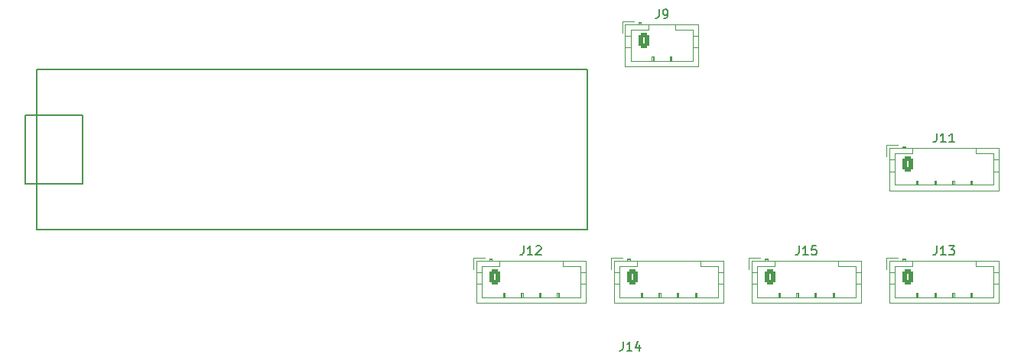
<source format=gto>
%TF.GenerationSoftware,KiCad,Pcbnew,8.0.0*%
%TF.CreationDate,2025-02-04T21:38:50+01:00*%
%TF.ProjectId,ni404,6e693430-342e-46b6-9963-61645f706362,rev?*%
%TF.SameCoordinates,Original*%
%TF.FileFunction,Legend,Top*%
%TF.FilePolarity,Positive*%
%FSLAX46Y46*%
G04 Gerber Fmt 4.6, Leading zero omitted, Abs format (unit mm)*
G04 Created by KiCad (PCBNEW 8.0.0) date 2025-02-04 21:38:50*
%MOMM*%
%LPD*%
G01*
G04 APERTURE LIST*
G04 Aperture macros list*
%AMRoundRect*
0 Rectangle with rounded corners*
0 $1 Rounding radius*
0 $2 $3 $4 $5 $6 $7 $8 $9 X,Y pos of 4 corners*
0 Add a 4 corners polygon primitive as box body*
4,1,4,$2,$3,$4,$5,$6,$7,$8,$9,$2,$3,0*
0 Add four circle primitives for the rounded corners*
1,1,$1+$1,$2,$3*
1,1,$1+$1,$4,$5*
1,1,$1+$1,$6,$7*
1,1,$1+$1,$8,$9*
0 Add four rect primitives between the rounded corners*
20,1,$1+$1,$2,$3,$4,$5,0*
20,1,$1+$1,$4,$5,$6,$7,0*
20,1,$1+$1,$6,$7,$8,$9,0*
20,1,$1+$1,$8,$9,$2,$3,0*%
G04 Aperture macros list end*
%ADD10C,0.150000*%
%ADD11C,0.120000*%
%ADD12R,1.600000X1.600000*%
%ADD13C,1.600000*%
%ADD14C,1.524000*%
%ADD15RoundRect,0.250000X-0.350000X-0.625000X0.350000X-0.625000X0.350000X0.625000X-0.350000X0.625000X0*%
%ADD16O,1.200000X1.750000*%
G04 APERTURE END LIST*
D10*
X115440476Y-51804819D02*
X115440476Y-52519104D01*
X115440476Y-52519104D02*
X115392857Y-52661961D01*
X115392857Y-52661961D02*
X115297619Y-52757200D01*
X115297619Y-52757200D02*
X115154762Y-52804819D01*
X115154762Y-52804819D02*
X115059524Y-52804819D01*
X116440476Y-52804819D02*
X115869048Y-52804819D01*
X116154762Y-52804819D02*
X116154762Y-51804819D01*
X116154762Y-51804819D02*
X116059524Y-51947676D01*
X116059524Y-51947676D02*
X115964286Y-52042914D01*
X115964286Y-52042914D02*
X115869048Y-52090533D01*
X117345238Y-51804819D02*
X116869048Y-51804819D01*
X116869048Y-51804819D02*
X116821429Y-52281009D01*
X116821429Y-52281009D02*
X116869048Y-52233390D01*
X116869048Y-52233390D02*
X116964286Y-52185771D01*
X116964286Y-52185771D02*
X117202381Y-52185771D01*
X117202381Y-52185771D02*
X117297619Y-52233390D01*
X117297619Y-52233390D02*
X117345238Y-52281009D01*
X117345238Y-52281009D02*
X117392857Y-52376247D01*
X117392857Y-52376247D02*
X117392857Y-52614342D01*
X117392857Y-52614342D02*
X117345238Y-52709580D01*
X117345238Y-52709580D02*
X117297619Y-52757200D01*
X117297619Y-52757200D02*
X117202381Y-52804819D01*
X117202381Y-52804819D02*
X116964286Y-52804819D01*
X116964286Y-52804819D02*
X116869048Y-52757200D01*
X116869048Y-52757200D02*
X116821429Y-52709580D01*
X130690476Y-39304819D02*
X130690476Y-40019104D01*
X130690476Y-40019104D02*
X130642857Y-40161961D01*
X130642857Y-40161961D02*
X130547619Y-40257200D01*
X130547619Y-40257200D02*
X130404762Y-40304819D01*
X130404762Y-40304819D02*
X130309524Y-40304819D01*
X131690476Y-40304819D02*
X131119048Y-40304819D01*
X131404762Y-40304819D02*
X131404762Y-39304819D01*
X131404762Y-39304819D02*
X131309524Y-39447676D01*
X131309524Y-39447676D02*
X131214286Y-39542914D01*
X131214286Y-39542914D02*
X131119048Y-39590533D01*
X132642857Y-40304819D02*
X132071429Y-40304819D01*
X132357143Y-40304819D02*
X132357143Y-39304819D01*
X132357143Y-39304819D02*
X132261905Y-39447676D01*
X132261905Y-39447676D02*
X132166667Y-39542914D01*
X132166667Y-39542914D02*
X132071429Y-39590533D01*
X84940476Y-51804819D02*
X84940476Y-52519104D01*
X84940476Y-52519104D02*
X84892857Y-52661961D01*
X84892857Y-52661961D02*
X84797619Y-52757200D01*
X84797619Y-52757200D02*
X84654762Y-52804819D01*
X84654762Y-52804819D02*
X84559524Y-52804819D01*
X85940476Y-52804819D02*
X85369048Y-52804819D01*
X85654762Y-52804819D02*
X85654762Y-51804819D01*
X85654762Y-51804819D02*
X85559524Y-51947676D01*
X85559524Y-51947676D02*
X85464286Y-52042914D01*
X85464286Y-52042914D02*
X85369048Y-52090533D01*
X86321429Y-51900057D02*
X86369048Y-51852438D01*
X86369048Y-51852438D02*
X86464286Y-51804819D01*
X86464286Y-51804819D02*
X86702381Y-51804819D01*
X86702381Y-51804819D02*
X86797619Y-51852438D01*
X86797619Y-51852438D02*
X86845238Y-51900057D01*
X86845238Y-51900057D02*
X86892857Y-51995295D01*
X86892857Y-51995295D02*
X86892857Y-52090533D01*
X86892857Y-52090533D02*
X86845238Y-52233390D01*
X86845238Y-52233390D02*
X86273810Y-52804819D01*
X86273810Y-52804819D02*
X86892857Y-52804819D01*
X99916666Y-25554819D02*
X99916666Y-26269104D01*
X99916666Y-26269104D02*
X99869047Y-26411961D01*
X99869047Y-26411961D02*
X99773809Y-26507200D01*
X99773809Y-26507200D02*
X99630952Y-26554819D01*
X99630952Y-26554819D02*
X99535714Y-26554819D01*
X100440476Y-26554819D02*
X100630952Y-26554819D01*
X100630952Y-26554819D02*
X100726190Y-26507200D01*
X100726190Y-26507200D02*
X100773809Y-26459580D01*
X100773809Y-26459580D02*
X100869047Y-26316723D01*
X100869047Y-26316723D02*
X100916666Y-26126247D01*
X100916666Y-26126247D02*
X100916666Y-25745295D01*
X100916666Y-25745295D02*
X100869047Y-25650057D01*
X100869047Y-25650057D02*
X100821428Y-25602438D01*
X100821428Y-25602438D02*
X100726190Y-25554819D01*
X100726190Y-25554819D02*
X100535714Y-25554819D01*
X100535714Y-25554819D02*
X100440476Y-25602438D01*
X100440476Y-25602438D02*
X100392857Y-25650057D01*
X100392857Y-25650057D02*
X100345238Y-25745295D01*
X100345238Y-25745295D02*
X100345238Y-25983390D01*
X100345238Y-25983390D02*
X100392857Y-26078628D01*
X100392857Y-26078628D02*
X100440476Y-26126247D01*
X100440476Y-26126247D02*
X100535714Y-26173866D01*
X100535714Y-26173866D02*
X100726190Y-26173866D01*
X100726190Y-26173866D02*
X100821428Y-26126247D01*
X100821428Y-26126247D02*
X100869047Y-26078628D01*
X100869047Y-26078628D02*
X100916666Y-25983390D01*
X130690476Y-51804819D02*
X130690476Y-52519104D01*
X130690476Y-52519104D02*
X130642857Y-52661961D01*
X130642857Y-52661961D02*
X130547619Y-52757200D01*
X130547619Y-52757200D02*
X130404762Y-52804819D01*
X130404762Y-52804819D02*
X130309524Y-52804819D01*
X131690476Y-52804819D02*
X131119048Y-52804819D01*
X131404762Y-52804819D02*
X131404762Y-51804819D01*
X131404762Y-51804819D02*
X131309524Y-51947676D01*
X131309524Y-51947676D02*
X131214286Y-52042914D01*
X131214286Y-52042914D02*
X131119048Y-52090533D01*
X132023810Y-51804819D02*
X132642857Y-51804819D01*
X132642857Y-51804819D02*
X132309524Y-52185771D01*
X132309524Y-52185771D02*
X132452381Y-52185771D01*
X132452381Y-52185771D02*
X132547619Y-52233390D01*
X132547619Y-52233390D02*
X132595238Y-52281009D01*
X132595238Y-52281009D02*
X132642857Y-52376247D01*
X132642857Y-52376247D02*
X132642857Y-52614342D01*
X132642857Y-52614342D02*
X132595238Y-52709580D01*
X132595238Y-52709580D02*
X132547619Y-52757200D01*
X132547619Y-52757200D02*
X132452381Y-52804819D01*
X132452381Y-52804819D02*
X132166667Y-52804819D01*
X132166667Y-52804819D02*
X132071429Y-52757200D01*
X132071429Y-52757200D02*
X132023810Y-52709580D01*
X95940476Y-62454819D02*
X95940476Y-63169104D01*
X95940476Y-63169104D02*
X95892857Y-63311961D01*
X95892857Y-63311961D02*
X95797619Y-63407200D01*
X95797619Y-63407200D02*
X95654762Y-63454819D01*
X95654762Y-63454819D02*
X95559524Y-63454819D01*
X96940476Y-63454819D02*
X96369048Y-63454819D01*
X96654762Y-63454819D02*
X96654762Y-62454819D01*
X96654762Y-62454819D02*
X96559524Y-62597676D01*
X96559524Y-62597676D02*
X96464286Y-62692914D01*
X96464286Y-62692914D02*
X96369048Y-62740533D01*
X97797619Y-62788152D02*
X97797619Y-63454819D01*
X97559524Y-62407200D02*
X97321429Y-63121485D01*
X97321429Y-63121485D02*
X97940476Y-63121485D01*
X29750000Y-37310000D02*
X31020000Y-37310000D01*
X29750000Y-44930000D02*
X29750000Y-37310000D01*
X31020000Y-32230000D02*
X91980000Y-32230000D01*
X31020000Y-44930000D02*
X29750000Y-44930000D01*
X31020000Y-50010000D02*
X31020000Y-32230000D01*
X36100000Y-37310000D02*
X31020000Y-37310000D01*
X36100000Y-44930000D02*
X31020000Y-44930000D01*
X36100000Y-44930000D02*
X36100000Y-37310000D01*
X91980000Y-32230000D02*
X91980000Y-50010000D01*
X91980000Y-50010000D02*
X31020000Y-50010000D01*
D11*
X109890000Y-53140000D02*
X109890000Y-54390000D01*
X110190000Y-53440000D02*
X110190000Y-58160000D01*
X110190000Y-54750000D02*
X110800000Y-54750000D01*
X110190000Y-56050000D02*
X110800000Y-56050000D01*
X110190000Y-58160000D02*
X122310000Y-58160000D01*
X110800000Y-54050000D02*
X110800000Y-57550000D01*
X110800000Y-57550000D02*
X121700000Y-57550000D01*
X111140000Y-53140000D02*
X109890000Y-53140000D01*
X111650000Y-53240000D02*
X111650000Y-53440000D01*
X111950000Y-53240000D02*
X111650000Y-53240000D01*
X111950000Y-53340000D02*
X111650000Y-53340000D01*
X111950000Y-53440000D02*
X111950000Y-53240000D01*
X112750000Y-53440000D02*
X112750000Y-54050000D01*
X112750000Y-54050000D02*
X110800000Y-54050000D01*
X113150000Y-57050000D02*
X113350000Y-57050000D01*
X113150000Y-57550000D02*
X113150000Y-57050000D01*
X113250000Y-57550000D02*
X113250000Y-57050000D01*
X113350000Y-57050000D02*
X113350000Y-57550000D01*
X115150000Y-57050000D02*
X115350000Y-57050000D01*
X115150000Y-57550000D02*
X115150000Y-57050000D01*
X115250000Y-57550000D02*
X115250000Y-57050000D01*
X115350000Y-57050000D02*
X115350000Y-57550000D01*
X117150000Y-57050000D02*
X117350000Y-57050000D01*
X117150000Y-57550000D02*
X117150000Y-57050000D01*
X117250000Y-57550000D02*
X117250000Y-57050000D01*
X117350000Y-57050000D02*
X117350000Y-57550000D01*
X119150000Y-57050000D02*
X119350000Y-57050000D01*
X119150000Y-57550000D02*
X119150000Y-57050000D01*
X119250000Y-57550000D02*
X119250000Y-57050000D01*
X119350000Y-57050000D02*
X119350000Y-57550000D01*
X119750000Y-54050000D02*
X119750000Y-53440000D01*
X121700000Y-54050000D02*
X119750000Y-54050000D01*
X121700000Y-57550000D02*
X121700000Y-54050000D01*
X122310000Y-53440000D02*
X110190000Y-53440000D01*
X122310000Y-54750000D02*
X121700000Y-54750000D01*
X122310000Y-56050000D02*
X121700000Y-56050000D01*
X122310000Y-58160000D02*
X122310000Y-53440000D01*
X137560000Y-45660000D02*
X137560000Y-40940000D01*
X137560000Y-43550000D02*
X136950000Y-43550000D01*
X137560000Y-42250000D02*
X136950000Y-42250000D01*
X137560000Y-40940000D02*
X125440000Y-40940000D01*
X136950000Y-45050000D02*
X136950000Y-41550000D01*
X136950000Y-41550000D02*
X135000000Y-41550000D01*
X135000000Y-41550000D02*
X135000000Y-40940000D01*
X134600000Y-44550000D02*
X134600000Y-45050000D01*
X134500000Y-45050000D02*
X134500000Y-44550000D01*
X134400000Y-45050000D02*
X134400000Y-44550000D01*
X134400000Y-44550000D02*
X134600000Y-44550000D01*
X132600000Y-44550000D02*
X132600000Y-45050000D01*
X132500000Y-45050000D02*
X132500000Y-44550000D01*
X132400000Y-45050000D02*
X132400000Y-44550000D01*
X132400000Y-44550000D02*
X132600000Y-44550000D01*
X130600000Y-44550000D02*
X130600000Y-45050000D01*
X130500000Y-45050000D02*
X130500000Y-44550000D01*
X130400000Y-45050000D02*
X130400000Y-44550000D01*
X130400000Y-44550000D02*
X130600000Y-44550000D01*
X128600000Y-44550000D02*
X128600000Y-45050000D01*
X128500000Y-45050000D02*
X128500000Y-44550000D01*
X128400000Y-45050000D02*
X128400000Y-44550000D01*
X128400000Y-44550000D02*
X128600000Y-44550000D01*
X128000000Y-41550000D02*
X126050000Y-41550000D01*
X128000000Y-40940000D02*
X128000000Y-41550000D01*
X127200000Y-40940000D02*
X127200000Y-40740000D01*
X127200000Y-40840000D02*
X126900000Y-40840000D01*
X127200000Y-40740000D02*
X126900000Y-40740000D01*
X126900000Y-40740000D02*
X126900000Y-40940000D01*
X126390000Y-40640000D02*
X125140000Y-40640000D01*
X126050000Y-45050000D02*
X136950000Y-45050000D01*
X126050000Y-41550000D02*
X126050000Y-45050000D01*
X125440000Y-45660000D02*
X137560000Y-45660000D01*
X125440000Y-43550000D02*
X126050000Y-43550000D01*
X125440000Y-42250000D02*
X126050000Y-42250000D01*
X125440000Y-40940000D02*
X125440000Y-45660000D01*
X125140000Y-40640000D02*
X125140000Y-41890000D01*
X79390000Y-53140000D02*
X79390000Y-54390000D01*
X79690000Y-53440000D02*
X79690000Y-58160000D01*
X79690000Y-54750000D02*
X80300000Y-54750000D01*
X79690000Y-56050000D02*
X80300000Y-56050000D01*
X79690000Y-58160000D02*
X91810000Y-58160000D01*
X80300000Y-54050000D02*
X80300000Y-57550000D01*
X80300000Y-57550000D02*
X91200000Y-57550000D01*
X80640000Y-53140000D02*
X79390000Y-53140000D01*
X81150000Y-53240000D02*
X81150000Y-53440000D01*
X81450000Y-53240000D02*
X81150000Y-53240000D01*
X81450000Y-53340000D02*
X81150000Y-53340000D01*
X81450000Y-53440000D02*
X81450000Y-53240000D01*
X82250000Y-53440000D02*
X82250000Y-54050000D01*
X82250000Y-54050000D02*
X80300000Y-54050000D01*
X82650000Y-57050000D02*
X82850000Y-57050000D01*
X82650000Y-57550000D02*
X82650000Y-57050000D01*
X82750000Y-57550000D02*
X82750000Y-57050000D01*
X82850000Y-57050000D02*
X82850000Y-57550000D01*
X84650000Y-57050000D02*
X84850000Y-57050000D01*
X84650000Y-57550000D02*
X84650000Y-57050000D01*
X84750000Y-57550000D02*
X84750000Y-57050000D01*
X84850000Y-57050000D02*
X84850000Y-57550000D01*
X86650000Y-57050000D02*
X86850000Y-57050000D01*
X86650000Y-57550000D02*
X86650000Y-57050000D01*
X86750000Y-57550000D02*
X86750000Y-57050000D01*
X86850000Y-57050000D02*
X86850000Y-57550000D01*
X88650000Y-57050000D02*
X88850000Y-57050000D01*
X88650000Y-57550000D02*
X88650000Y-57050000D01*
X88750000Y-57550000D02*
X88750000Y-57050000D01*
X88850000Y-57050000D02*
X88850000Y-57550000D01*
X89250000Y-54050000D02*
X89250000Y-53440000D01*
X91200000Y-54050000D02*
X89250000Y-54050000D01*
X91200000Y-57550000D02*
X91200000Y-54050000D01*
X91810000Y-53440000D02*
X79690000Y-53440000D01*
X91810000Y-54750000D02*
X91200000Y-54750000D01*
X91810000Y-56050000D02*
X91200000Y-56050000D01*
X91810000Y-58160000D02*
X91810000Y-53440000D01*
X95890000Y-26890000D02*
X95890000Y-28140000D01*
X96190000Y-27190000D02*
X96190000Y-31910000D01*
X96190000Y-28500000D02*
X96800000Y-28500000D01*
X96190000Y-29800000D02*
X96800000Y-29800000D01*
X96190000Y-31910000D02*
X104310000Y-31910000D01*
X96800000Y-27800000D02*
X96800000Y-31300000D01*
X96800000Y-31300000D02*
X103700000Y-31300000D01*
X97140000Y-26890000D02*
X95890000Y-26890000D01*
X97650000Y-26990000D02*
X97650000Y-27190000D01*
X97950000Y-26990000D02*
X97650000Y-26990000D01*
X97950000Y-27090000D02*
X97650000Y-27090000D01*
X97950000Y-27190000D02*
X97950000Y-26990000D01*
X98750000Y-27190000D02*
X98750000Y-27800000D01*
X98750000Y-27800000D02*
X96800000Y-27800000D01*
X99150000Y-30800000D02*
X99350000Y-30800000D01*
X99150000Y-31300000D02*
X99150000Y-30800000D01*
X99250000Y-31300000D02*
X99250000Y-30800000D01*
X99350000Y-30800000D02*
X99350000Y-31300000D01*
X101150000Y-30800000D02*
X101350000Y-30800000D01*
X101150000Y-31300000D02*
X101150000Y-30800000D01*
X101250000Y-31300000D02*
X101250000Y-30800000D01*
X101350000Y-30800000D02*
X101350000Y-31300000D01*
X101750000Y-27800000D02*
X101750000Y-27190000D01*
X103700000Y-27800000D02*
X101750000Y-27800000D01*
X103700000Y-31300000D02*
X103700000Y-27800000D01*
X104310000Y-27190000D02*
X96190000Y-27190000D01*
X104310000Y-28500000D02*
X103700000Y-28500000D01*
X104310000Y-29800000D02*
X103700000Y-29800000D01*
X104310000Y-31910000D02*
X104310000Y-27190000D01*
X137560000Y-58160000D02*
X137560000Y-53440000D01*
X137560000Y-56050000D02*
X136950000Y-56050000D01*
X137560000Y-54750000D02*
X136950000Y-54750000D01*
X137560000Y-53440000D02*
X125440000Y-53440000D01*
X136950000Y-57550000D02*
X136950000Y-54050000D01*
X136950000Y-54050000D02*
X135000000Y-54050000D01*
X135000000Y-54050000D02*
X135000000Y-53440000D01*
X134600000Y-57050000D02*
X134600000Y-57550000D01*
X134500000Y-57550000D02*
X134500000Y-57050000D01*
X134400000Y-57550000D02*
X134400000Y-57050000D01*
X134400000Y-57050000D02*
X134600000Y-57050000D01*
X132600000Y-57050000D02*
X132600000Y-57550000D01*
X132500000Y-57550000D02*
X132500000Y-57050000D01*
X132400000Y-57550000D02*
X132400000Y-57050000D01*
X132400000Y-57050000D02*
X132600000Y-57050000D01*
X130600000Y-57050000D02*
X130600000Y-57550000D01*
X130500000Y-57550000D02*
X130500000Y-57050000D01*
X130400000Y-57550000D02*
X130400000Y-57050000D01*
X130400000Y-57050000D02*
X130600000Y-57050000D01*
X128600000Y-57050000D02*
X128600000Y-57550000D01*
X128500000Y-57550000D02*
X128500000Y-57050000D01*
X128400000Y-57550000D02*
X128400000Y-57050000D01*
X128400000Y-57050000D02*
X128600000Y-57050000D01*
X128000000Y-54050000D02*
X126050000Y-54050000D01*
X128000000Y-53440000D02*
X128000000Y-54050000D01*
X127200000Y-53440000D02*
X127200000Y-53240000D01*
X127200000Y-53340000D02*
X126900000Y-53340000D01*
X127200000Y-53240000D02*
X126900000Y-53240000D01*
X126900000Y-53240000D02*
X126900000Y-53440000D01*
X126390000Y-53140000D02*
X125140000Y-53140000D01*
X126050000Y-57550000D02*
X136950000Y-57550000D01*
X126050000Y-54050000D02*
X126050000Y-57550000D01*
X125440000Y-58160000D02*
X137560000Y-58160000D01*
X125440000Y-56050000D02*
X126050000Y-56050000D01*
X125440000Y-54750000D02*
X126050000Y-54750000D01*
X125440000Y-53440000D02*
X125440000Y-58160000D01*
X125140000Y-53140000D02*
X125140000Y-54390000D01*
X94640000Y-53140000D02*
X94640000Y-54390000D01*
X94940000Y-53440000D02*
X94940000Y-58160000D01*
X94940000Y-54750000D02*
X95550000Y-54750000D01*
X94940000Y-56050000D02*
X95550000Y-56050000D01*
X94940000Y-58160000D02*
X107060000Y-58160000D01*
X95550000Y-54050000D02*
X95550000Y-57550000D01*
X95550000Y-57550000D02*
X106450000Y-57550000D01*
X95890000Y-53140000D02*
X94640000Y-53140000D01*
X96400000Y-53240000D02*
X96400000Y-53440000D01*
X96700000Y-53240000D02*
X96400000Y-53240000D01*
X96700000Y-53340000D02*
X96400000Y-53340000D01*
X96700000Y-53440000D02*
X96700000Y-53240000D01*
X97500000Y-53440000D02*
X97500000Y-54050000D01*
X97500000Y-54050000D02*
X95550000Y-54050000D01*
X97900000Y-57050000D02*
X98100000Y-57050000D01*
X97900000Y-57550000D02*
X97900000Y-57050000D01*
X98000000Y-57550000D02*
X98000000Y-57050000D01*
X98100000Y-57050000D02*
X98100000Y-57550000D01*
X99900000Y-57050000D02*
X100100000Y-57050000D01*
X99900000Y-57550000D02*
X99900000Y-57050000D01*
X100000000Y-57550000D02*
X100000000Y-57050000D01*
X100100000Y-57050000D02*
X100100000Y-57550000D01*
X101900000Y-57050000D02*
X102100000Y-57050000D01*
X101900000Y-57550000D02*
X101900000Y-57050000D01*
X102000000Y-57550000D02*
X102000000Y-57050000D01*
X102100000Y-57050000D02*
X102100000Y-57550000D01*
X103900000Y-57050000D02*
X104100000Y-57050000D01*
X103900000Y-57550000D02*
X103900000Y-57050000D01*
X104000000Y-57550000D02*
X104000000Y-57050000D01*
X104100000Y-57050000D02*
X104100000Y-57550000D01*
X104500000Y-54050000D02*
X104500000Y-53440000D01*
X106450000Y-54050000D02*
X104500000Y-54050000D01*
X106450000Y-57550000D02*
X106450000Y-54050000D01*
X107060000Y-53440000D02*
X94940000Y-53440000D01*
X107060000Y-54750000D02*
X106450000Y-54750000D01*
X107060000Y-56050000D02*
X106450000Y-56050000D01*
X107060000Y-58160000D02*
X107060000Y-53440000D01*
%LPC*%
D12*
X32290000Y-48740000D03*
D13*
X34830000Y-48740000D03*
X37370000Y-48740000D03*
X39910000Y-48740000D03*
X42450000Y-48740000D03*
X44990000Y-48740000D03*
X47530000Y-48740000D03*
X50070000Y-48740000D03*
X52610000Y-48740000D03*
X55150000Y-48740000D03*
X57690000Y-48740000D03*
X60230000Y-48740000D03*
X62770000Y-48740000D03*
X65310000Y-48740000D03*
X67850000Y-48740000D03*
X70390000Y-48740000D03*
X72930000Y-48740000D03*
X75470000Y-48740000D03*
X78010000Y-48740000D03*
X80550000Y-48740000D03*
X83090000Y-48740000D03*
X85630000Y-48740000D03*
X88170000Y-48740000D03*
X90710000Y-48740000D03*
X90710000Y-33500000D03*
X88170000Y-33500000D03*
X85630000Y-33500000D03*
X83090000Y-33500000D03*
X80550000Y-33500000D03*
X78010000Y-33500000D03*
X75470000Y-33500000D03*
X72930000Y-33500000D03*
X70390000Y-33500000D03*
X67850000Y-33500000D03*
X65310000Y-33500000D03*
X62770000Y-33500000D03*
X60230000Y-33500000D03*
X57690000Y-33500000D03*
X55150000Y-33500000D03*
X52610000Y-33500000D03*
X50070000Y-33500000D03*
X47530000Y-33500000D03*
X44990000Y-33500000D03*
X42450000Y-33500000D03*
X39910000Y-33500000D03*
X37370000Y-33500000D03*
X34830000Y-33500000D03*
X32290000Y-33500000D03*
D14*
X33000000Y-39620000D03*
X33000000Y-42620000D03*
D15*
X112250000Y-55250000D03*
D16*
X114250000Y-55250000D03*
X116250000Y-55250000D03*
X118250000Y-55250000D03*
X120250000Y-55250000D03*
X135500000Y-42750000D03*
X133500000Y-42750000D03*
X131500000Y-42750000D03*
X129500000Y-42750000D03*
D15*
X127500000Y-42750000D03*
X81750000Y-55250000D03*
D16*
X83750000Y-55250000D03*
X85750000Y-55250000D03*
X87750000Y-55250000D03*
X89750000Y-55250000D03*
D15*
X98250000Y-29000000D03*
D16*
X100250000Y-29000000D03*
X102250000Y-29000000D03*
X135500000Y-55250000D03*
X133500000Y-55250000D03*
X131500000Y-55250000D03*
X129500000Y-55250000D03*
D15*
X127500000Y-55250000D03*
X97000000Y-55250000D03*
D16*
X99000000Y-55250000D03*
X101000000Y-55250000D03*
X103000000Y-55250000D03*
X105000000Y-55250000D03*
%LPD*%
M02*

</source>
